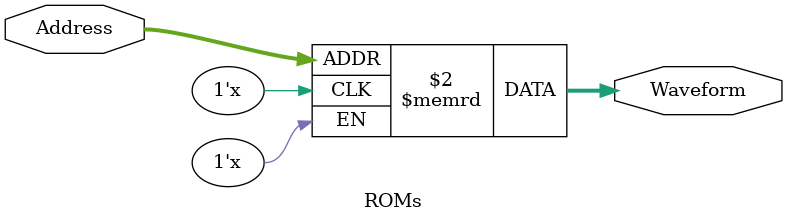
<source format=v>
module ROMs (Address, Waveform);
input [6:0] Address;
output reg [7:0] Waveform;

reg [7:0] entries [0:127];

always @(*) begin
	Waveform = entries[Address];
end

endmodule



</source>
